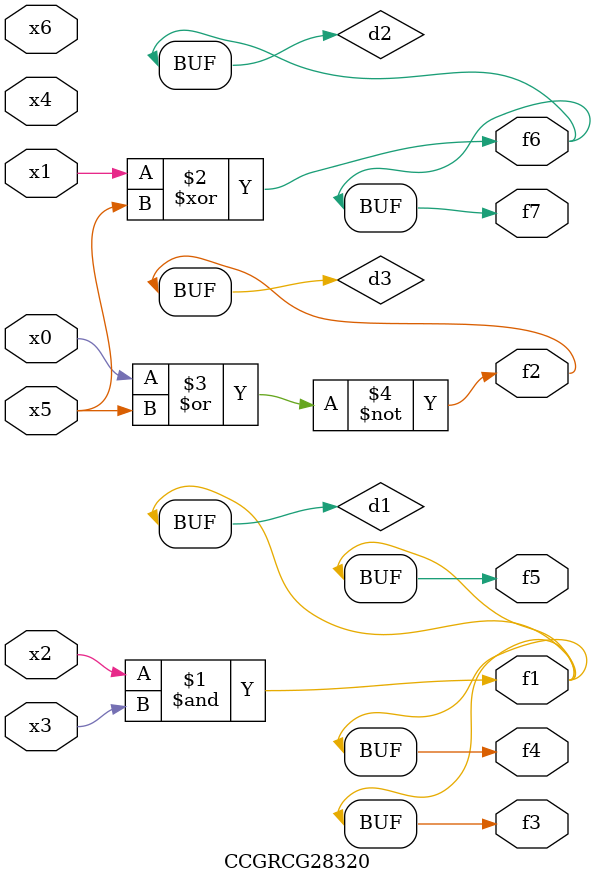
<source format=v>
module CCGRCG28320(
	input x0, x1, x2, x3, x4, x5, x6,
	output f1, f2, f3, f4, f5, f6, f7
);

	wire d1, d2, d3;

	and (d1, x2, x3);
	xor (d2, x1, x5);
	nor (d3, x0, x5);
	assign f1 = d1;
	assign f2 = d3;
	assign f3 = d1;
	assign f4 = d1;
	assign f5 = d1;
	assign f6 = d2;
	assign f7 = d2;
endmodule

</source>
